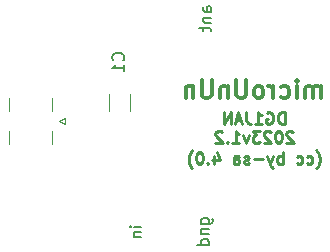
<source format=gbr>
%TF.GenerationSoftware,KiCad,Pcbnew,6.0.2+dfsg-1*%
%TF.CreationDate,2023-09-01T00:23:25+02:00*%
%TF.ProjectId,microUnUn,6d696372-6f55-46e5-956e-2e6b69636164,rev?*%
%TF.SameCoordinates,Original*%
%TF.FileFunction,Legend,Bot*%
%TF.FilePolarity,Positive*%
%FSLAX46Y46*%
G04 Gerber Fmt 4.6, Leading zero omitted, Abs format (unit mm)*
G04 Created by KiCad (PCBNEW 6.0.2+dfsg-1) date 2023-09-01 00:23:25*
%MOMM*%
%LPD*%
G01*
G04 APERTURE LIST*
%ADD10C,0.250000*%
%ADD11C,0.300000*%
%ADD12C,0.150000*%
%ADD13C,0.120000*%
G04 APERTURE END LIST*
D10*
X117671428Y-70747380D02*
X117671428Y-69747380D01*
X117433333Y-69747380D01*
X117290476Y-69795000D01*
X117195238Y-69890238D01*
X117147619Y-69985476D01*
X117100000Y-70175952D01*
X117100000Y-70318809D01*
X117147619Y-70509285D01*
X117195238Y-70604523D01*
X117290476Y-70699761D01*
X117433333Y-70747380D01*
X117671428Y-70747380D01*
X116147619Y-69795000D02*
X116242857Y-69747380D01*
X116385714Y-69747380D01*
X116528571Y-69795000D01*
X116623809Y-69890238D01*
X116671428Y-69985476D01*
X116719047Y-70175952D01*
X116719047Y-70318809D01*
X116671428Y-70509285D01*
X116623809Y-70604523D01*
X116528571Y-70699761D01*
X116385714Y-70747380D01*
X116290476Y-70747380D01*
X116147619Y-70699761D01*
X116100000Y-70652142D01*
X116100000Y-70318809D01*
X116290476Y-70318809D01*
X115147619Y-70747380D02*
X115719047Y-70747380D01*
X115433333Y-70747380D02*
X115433333Y-69747380D01*
X115528571Y-69890238D01*
X115623809Y-69985476D01*
X115719047Y-70033095D01*
X114433333Y-69747380D02*
X114433333Y-70461666D01*
X114480952Y-70604523D01*
X114576190Y-70699761D01*
X114719047Y-70747380D01*
X114814285Y-70747380D01*
X114004761Y-70461666D02*
X113528571Y-70461666D01*
X114100000Y-70747380D02*
X113766666Y-69747380D01*
X113433333Y-70747380D01*
X113100000Y-70747380D02*
X113100000Y-69747380D01*
X112528571Y-70747380D01*
X112528571Y-69747380D01*
X118385714Y-71452619D02*
X118338095Y-71405000D01*
X118242857Y-71357380D01*
X118004761Y-71357380D01*
X117909523Y-71405000D01*
X117861904Y-71452619D01*
X117814285Y-71547857D01*
X117814285Y-71643095D01*
X117861904Y-71785952D01*
X118433333Y-72357380D01*
X117814285Y-72357380D01*
X117195238Y-71357380D02*
X117100000Y-71357380D01*
X117004761Y-71405000D01*
X116957142Y-71452619D01*
X116909523Y-71547857D01*
X116861904Y-71738333D01*
X116861904Y-71976428D01*
X116909523Y-72166904D01*
X116957142Y-72262142D01*
X117004761Y-72309761D01*
X117100000Y-72357380D01*
X117195238Y-72357380D01*
X117290476Y-72309761D01*
X117338095Y-72262142D01*
X117385714Y-72166904D01*
X117433333Y-71976428D01*
X117433333Y-71738333D01*
X117385714Y-71547857D01*
X117338095Y-71452619D01*
X117290476Y-71405000D01*
X117195238Y-71357380D01*
X116480952Y-71452619D02*
X116433333Y-71405000D01*
X116338095Y-71357380D01*
X116100000Y-71357380D01*
X116004761Y-71405000D01*
X115957142Y-71452619D01*
X115909523Y-71547857D01*
X115909523Y-71643095D01*
X115957142Y-71785952D01*
X116528571Y-72357380D01*
X115909523Y-72357380D01*
X115576190Y-71357380D02*
X114957142Y-71357380D01*
X115290476Y-71738333D01*
X115147619Y-71738333D01*
X115052380Y-71785952D01*
X115004761Y-71833571D01*
X114957142Y-71928809D01*
X114957142Y-72166904D01*
X115004761Y-72262142D01*
X115052380Y-72309761D01*
X115147619Y-72357380D01*
X115433333Y-72357380D01*
X115528571Y-72309761D01*
X115576190Y-72262142D01*
X114623809Y-71690714D02*
X114385714Y-72357380D01*
X114147619Y-71690714D01*
X113242857Y-72357380D02*
X113814285Y-72357380D01*
X113528571Y-72357380D02*
X113528571Y-71357380D01*
X113623809Y-71500238D01*
X113719047Y-71595476D01*
X113814285Y-71643095D01*
X112814285Y-72262142D02*
X112766666Y-72309761D01*
X112814285Y-72357380D01*
X112861904Y-72309761D01*
X112814285Y-72262142D01*
X112814285Y-72357380D01*
X112385714Y-71452619D02*
X112338095Y-71405000D01*
X112242857Y-71357380D01*
X112004761Y-71357380D01*
X111909523Y-71405000D01*
X111861904Y-71452619D01*
X111814285Y-71547857D01*
X111814285Y-71643095D01*
X111861904Y-71785952D01*
X112433333Y-72357380D01*
X111814285Y-72357380D01*
X120361904Y-74533333D02*
X120409523Y-74485714D01*
X120504761Y-74342857D01*
X120552380Y-74247619D01*
X120600000Y-74104761D01*
X120647619Y-73866666D01*
X120647619Y-73676190D01*
X120600000Y-73438095D01*
X120552380Y-73295238D01*
X120504761Y-73200000D01*
X120409523Y-73057142D01*
X120361904Y-73009523D01*
X119552380Y-74104761D02*
X119647619Y-74152380D01*
X119838095Y-74152380D01*
X119933333Y-74104761D01*
X119980952Y-74057142D01*
X120028571Y-73961904D01*
X120028571Y-73676190D01*
X119980952Y-73580952D01*
X119933333Y-73533333D01*
X119838095Y-73485714D01*
X119647619Y-73485714D01*
X119552380Y-73533333D01*
X118695238Y-74104761D02*
X118790476Y-74152380D01*
X118980952Y-74152380D01*
X119076190Y-74104761D01*
X119123809Y-74057142D01*
X119171428Y-73961904D01*
X119171428Y-73676190D01*
X119123809Y-73580952D01*
X119076190Y-73533333D01*
X118980952Y-73485714D01*
X118790476Y-73485714D01*
X118695238Y-73533333D01*
X117504761Y-74152380D02*
X117504761Y-73152380D01*
X117504761Y-73533333D02*
X117409523Y-73485714D01*
X117219047Y-73485714D01*
X117123809Y-73533333D01*
X117076190Y-73580952D01*
X117028571Y-73676190D01*
X117028571Y-73961904D01*
X117076190Y-74057142D01*
X117123809Y-74104761D01*
X117219047Y-74152380D01*
X117409523Y-74152380D01*
X117504761Y-74104761D01*
X116695238Y-73485714D02*
X116457142Y-74152380D01*
X116219047Y-73485714D02*
X116457142Y-74152380D01*
X116552380Y-74390476D01*
X116600000Y-74438095D01*
X116695238Y-74485714D01*
X115838095Y-73771428D02*
X115076190Y-73771428D01*
X114647619Y-74104761D02*
X114552380Y-74152380D01*
X114361904Y-74152380D01*
X114266666Y-74104761D01*
X114219047Y-74009523D01*
X114219047Y-73961904D01*
X114266666Y-73866666D01*
X114361904Y-73819047D01*
X114504761Y-73819047D01*
X114600000Y-73771428D01*
X114647619Y-73676190D01*
X114647619Y-73628571D01*
X114600000Y-73533333D01*
X114504761Y-73485714D01*
X114361904Y-73485714D01*
X114266666Y-73533333D01*
X113361904Y-74152380D02*
X113361904Y-73628571D01*
X113409523Y-73533333D01*
X113504761Y-73485714D01*
X113695238Y-73485714D01*
X113790476Y-73533333D01*
X113361904Y-74104761D02*
X113457142Y-74152380D01*
X113695238Y-74152380D01*
X113790476Y-74104761D01*
X113838095Y-74009523D01*
X113838095Y-73914285D01*
X113790476Y-73819047D01*
X113695238Y-73771428D01*
X113457142Y-73771428D01*
X113361904Y-73723809D01*
X111695238Y-73485714D02*
X111695238Y-74152380D01*
X111933333Y-73104761D02*
X112171428Y-73819047D01*
X111552380Y-73819047D01*
X111171428Y-74057142D02*
X111123809Y-74104761D01*
X111171428Y-74152380D01*
X111219047Y-74104761D01*
X111171428Y-74057142D01*
X111171428Y-74152380D01*
X110504761Y-73152380D02*
X110409523Y-73152380D01*
X110314285Y-73200000D01*
X110266666Y-73247619D01*
X110219047Y-73342857D01*
X110171428Y-73533333D01*
X110171428Y-73771428D01*
X110219047Y-73961904D01*
X110266666Y-74057142D01*
X110314285Y-74104761D01*
X110409523Y-74152380D01*
X110504761Y-74152380D01*
X110600000Y-74104761D01*
X110647619Y-74057142D01*
X110695238Y-73961904D01*
X110742857Y-73771428D01*
X110742857Y-73533333D01*
X110695238Y-73342857D01*
X110647619Y-73247619D01*
X110600000Y-73200000D01*
X110504761Y-73152380D01*
X109838095Y-74533333D02*
X109790476Y-74485714D01*
X109695238Y-74342857D01*
X109647619Y-74247619D01*
X109600000Y-74104761D01*
X109552380Y-73866666D01*
X109552380Y-73676190D01*
X109600000Y-73438095D01*
X109647619Y-73295238D01*
X109695238Y-73200000D01*
X109790476Y-73057142D01*
X109838095Y-73009523D01*
D11*
X120714285Y-68578571D02*
X120714285Y-67578571D01*
X120714285Y-67721428D02*
X120642857Y-67650000D01*
X120500000Y-67578571D01*
X120285714Y-67578571D01*
X120142857Y-67650000D01*
X120071428Y-67792857D01*
X120071428Y-68578571D01*
X120071428Y-67792857D02*
X120000000Y-67650000D01*
X119857142Y-67578571D01*
X119642857Y-67578571D01*
X119500000Y-67650000D01*
X119428571Y-67792857D01*
X119428571Y-68578571D01*
X118714285Y-68578571D02*
X118714285Y-67578571D01*
X118714285Y-67078571D02*
X118785714Y-67150000D01*
X118714285Y-67221428D01*
X118642857Y-67150000D01*
X118714285Y-67078571D01*
X118714285Y-67221428D01*
X117357142Y-68507142D02*
X117500000Y-68578571D01*
X117785714Y-68578571D01*
X117928571Y-68507142D01*
X118000000Y-68435714D01*
X118071428Y-68292857D01*
X118071428Y-67864285D01*
X118000000Y-67721428D01*
X117928571Y-67650000D01*
X117785714Y-67578571D01*
X117500000Y-67578571D01*
X117357142Y-67650000D01*
X116714285Y-68578571D02*
X116714285Y-67578571D01*
X116714285Y-67864285D02*
X116642857Y-67721428D01*
X116571428Y-67650000D01*
X116428571Y-67578571D01*
X116285714Y-67578571D01*
X115571428Y-68578571D02*
X115714285Y-68507142D01*
X115785714Y-68435714D01*
X115857142Y-68292857D01*
X115857142Y-67864285D01*
X115785714Y-67721428D01*
X115714285Y-67650000D01*
X115571428Y-67578571D01*
X115357142Y-67578571D01*
X115214285Y-67650000D01*
X115142857Y-67721428D01*
X115071428Y-67864285D01*
X115071428Y-68292857D01*
X115142857Y-68435714D01*
X115214285Y-68507142D01*
X115357142Y-68578571D01*
X115571428Y-68578571D01*
X114428571Y-67078571D02*
X114428571Y-68292857D01*
X114357142Y-68435714D01*
X114285714Y-68507142D01*
X114142857Y-68578571D01*
X113857142Y-68578571D01*
X113714285Y-68507142D01*
X113642857Y-68435714D01*
X113571428Y-68292857D01*
X113571428Y-67078571D01*
X112857142Y-67578571D02*
X112857142Y-68578571D01*
X112857142Y-67721428D02*
X112785714Y-67650000D01*
X112642857Y-67578571D01*
X112428571Y-67578571D01*
X112285714Y-67650000D01*
X112214285Y-67792857D01*
X112214285Y-68578571D01*
X111500000Y-67078571D02*
X111500000Y-68292857D01*
X111428571Y-68435714D01*
X111357142Y-68507142D01*
X111214285Y-68578571D01*
X110928571Y-68578571D01*
X110785714Y-68507142D01*
X110714285Y-68435714D01*
X110642857Y-68292857D01*
X110642857Y-67078571D01*
X109928571Y-67578571D02*
X109928571Y-68578571D01*
X109928571Y-67721428D02*
X109857142Y-67650000D01*
X109714285Y-67578571D01*
X109500000Y-67578571D01*
X109357142Y-67650000D01*
X109285714Y-67792857D01*
X109285714Y-68578571D01*
D12*
%TO.C,U1*%
X105552380Y-79447619D02*
X104885714Y-79447619D01*
X104552380Y-79447619D02*
X104600000Y-79400000D01*
X104647619Y-79447619D01*
X104600000Y-79495238D01*
X104552380Y-79447619D01*
X104647619Y-79447619D01*
X104885714Y-79923809D02*
X105552380Y-79923809D01*
X104980952Y-79923809D02*
X104933333Y-79971428D01*
X104885714Y-80066666D01*
X104885714Y-80209523D01*
X104933333Y-80304761D01*
X105028571Y-80352380D01*
X105552380Y-80352380D01*
X110585714Y-79209523D02*
X111395238Y-79209523D01*
X111490476Y-79161904D01*
X111538095Y-79114285D01*
X111585714Y-79019047D01*
X111585714Y-78876190D01*
X111538095Y-78780952D01*
X111204761Y-79209523D02*
X111252380Y-79114285D01*
X111252380Y-78923809D01*
X111204761Y-78828571D01*
X111157142Y-78780952D01*
X111061904Y-78733333D01*
X110776190Y-78733333D01*
X110680952Y-78780952D01*
X110633333Y-78828571D01*
X110585714Y-78923809D01*
X110585714Y-79114285D01*
X110633333Y-79209523D01*
X110585714Y-79685714D02*
X111252380Y-79685714D01*
X110680952Y-79685714D02*
X110633333Y-79733333D01*
X110585714Y-79828571D01*
X110585714Y-79971428D01*
X110633333Y-80066666D01*
X110728571Y-80114285D01*
X111252380Y-80114285D01*
X111252380Y-81019047D02*
X110252380Y-81019047D01*
X111204761Y-81019047D02*
X111252380Y-80923809D01*
X111252380Y-80733333D01*
X111204761Y-80638095D01*
X111157142Y-80590476D01*
X111061904Y-80542857D01*
X110776190Y-80542857D01*
X110680952Y-80590476D01*
X110633333Y-80638095D01*
X110585714Y-80733333D01*
X110585714Y-80923809D01*
X110633333Y-81019047D01*
X111452380Y-61276190D02*
X110928571Y-61276190D01*
X110833333Y-61228571D01*
X110785714Y-61133333D01*
X110785714Y-60942857D01*
X110833333Y-60847619D01*
X111404761Y-61276190D02*
X111452380Y-61180952D01*
X111452380Y-60942857D01*
X111404761Y-60847619D01*
X111309523Y-60800000D01*
X111214285Y-60800000D01*
X111119047Y-60847619D01*
X111071428Y-60942857D01*
X111071428Y-61180952D01*
X111023809Y-61276190D01*
X110785714Y-61752380D02*
X111452380Y-61752380D01*
X110880952Y-61752380D02*
X110833333Y-61800000D01*
X110785714Y-61895238D01*
X110785714Y-62038095D01*
X110833333Y-62133333D01*
X110928571Y-62180952D01*
X111452380Y-62180952D01*
X110785714Y-62514285D02*
X110785714Y-62895238D01*
X110452380Y-62657142D02*
X111309523Y-62657142D01*
X111404761Y-62704761D01*
X111452380Y-62800000D01*
X111452380Y-62895238D01*
%TO.C,C1*%
X103989142Y-65365333D02*
X104036761Y-65317714D01*
X104084380Y-65174857D01*
X104084380Y-65079619D01*
X104036761Y-64936761D01*
X103941523Y-64841523D01*
X103846285Y-64793904D01*
X103655809Y-64746285D01*
X103512952Y-64746285D01*
X103322476Y-64793904D01*
X103227238Y-64841523D01*
X103132000Y-64936761D01*
X103084380Y-65079619D01*
X103084380Y-65174857D01*
X103132000Y-65317714D01*
X103179619Y-65365333D01*
X104084380Y-66317714D02*
X104084380Y-65746285D01*
X104084380Y-66032000D02*
X103084380Y-66032000D01*
X103227238Y-65936761D01*
X103322476Y-65841523D01*
X103370095Y-65746285D01*
D13*
%TO.C,J1*%
X99060000Y-70750000D02*
X98560000Y-70500000D01*
X99060000Y-70250000D02*
X99060000Y-70750000D01*
X98010000Y-72450000D02*
X98010000Y-71340000D01*
X94300000Y-69660000D02*
X94300000Y-68550000D01*
X94300000Y-72450000D02*
X94300000Y-71340000D01*
X98560000Y-70500000D02*
X99060000Y-70250000D01*
X98010000Y-69660000D02*
X98010000Y-68550000D01*
%TO.C,C1*%
X102790000Y-69673752D02*
X102790000Y-68251248D01*
X104610000Y-69673752D02*
X104610000Y-68251248D01*
%TD*%
M02*

</source>
